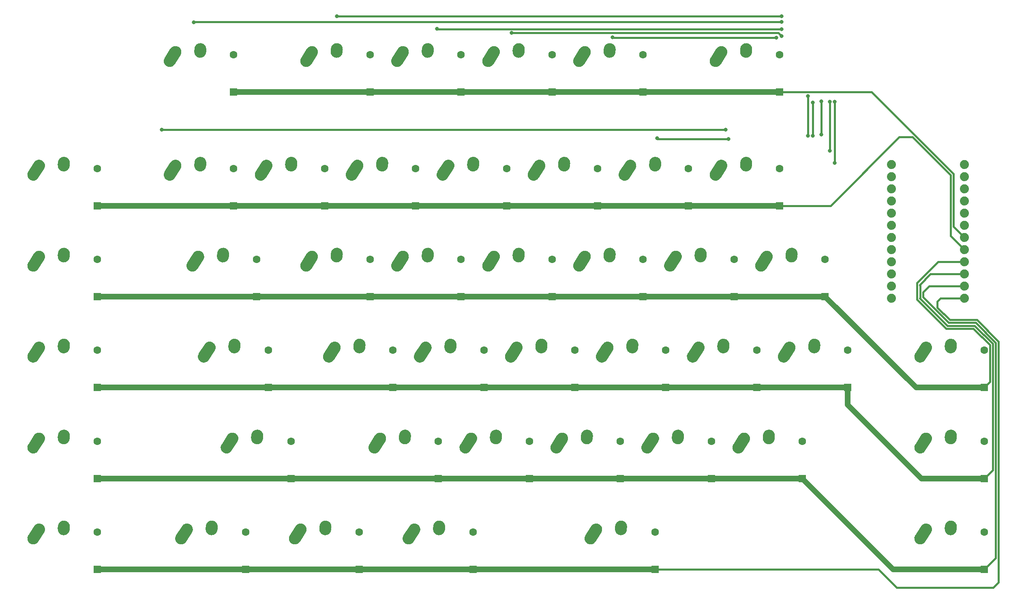
<source format=gbl>
%TF.GenerationSoftware,KiCad,Pcbnew,(5.1.10)-1*%
%TF.CreationDate,2021-10-11T09:25:22+09:00*%
%TF.ProjectId,G_One_PCB,475f4f6e-655f-4504-9342-2e6b69636164,rev?*%
%TF.SameCoordinates,Original*%
%TF.FileFunction,Copper,L2,Bot*%
%TF.FilePolarity,Positive*%
%FSLAX46Y46*%
G04 Gerber Fmt 4.6, Leading zero omitted, Abs format (unit mm)*
G04 Created by KiCad (PCBNEW (5.1.10)-1) date 2021-10-11 09:25:22*
%MOMM*%
%LPD*%
G01*
G04 APERTURE LIST*
%TA.AperFunction,ComponentPad*%
%ADD10C,1.879600*%
%TD*%
%TA.AperFunction,ComponentPad*%
%ADD11R,1.600000X1.600000*%
%TD*%
%TA.AperFunction,ComponentPad*%
%ADD12C,1.600000*%
%TD*%
%TA.AperFunction,ViaPad*%
%ADD13C,0.800000*%
%TD*%
%TA.AperFunction,Conductor*%
%ADD14C,0.400000*%
%TD*%
%TA.AperFunction,Conductor*%
%ADD15C,1.200000*%
%TD*%
G04 APERTURE END LIST*
%TO.P,K28(IoT0)1,2*%
%TO.N,Net-(D28-Pad2)*%
%TA.AperFunction,ComponentPad*%
G36*
G01*
X203503171Y59585691D02*
X203542619Y60164347D01*
G75*
G02*
X204874743Y61326433I1247105J-85019D01*
G01*
X204874743Y61326433D01*
G75*
G02*
X206036829Y59994309I-85019J-1247105D01*
G01*
X205997381Y59415653D01*
G75*
G02*
X204665257Y58253567I-1247105J85019D01*
G01*
X204665257Y58253567D01*
G75*
G02*
X203503171Y59585691I85019J1247105D01*
G01*
G37*
%TD.AperFunction*%
%TO.P,K28(IoT0)1,1*%
%TO.N,/col8*%
%TA.AperFunction,ComponentPad*%
G36*
G01*
X197336299Y58242810D02*
X198545223Y60140440D01*
G75*
G02*
X200271087Y60523054I1054239J-671625D01*
G01*
X200271087Y60523054D01*
G75*
G02*
X200653701Y58797190I-671625J-1054239D01*
G01*
X199444777Y56899560D01*
G75*
G02*
X197718913Y56516946I-1054239J671625D01*
G01*
X197718913Y56516946D01*
G75*
G02*
X197336299Y58242810I671625J1054239D01*
G01*
G37*
%TD.AperFunction*%
%TD*%
D10*
%TO.P,B0,1*%
%TO.N,Net-(B0-Pad1)*%
X192380000Y97700000D03*
%TO.P,B0,2*%
%TO.N,/col0*%
X192380000Y95160000D03*
%TO.P,B0,3*%
%TO.N,Net-(B0-Pad3)*%
X192380000Y92620000D03*
%TO.P,B0,4*%
%TO.N,Net-(B0-Pad4)*%
X192380000Y90080000D03*
%TO.P,B0,5*%
%TO.N,/col1*%
X192380000Y87540000D03*
%TO.P,B0,6*%
%TO.N,/col2*%
X192380000Y85000000D03*
%TO.P,B0,7*%
%TO.N,/col3*%
X192380000Y82460000D03*
%TO.P,B0,8*%
%TO.N,/col4*%
X192380000Y79920000D03*
%TO.P,B0,9*%
%TO.N,/col5*%
X192380000Y77380000D03*
%TO.P,B0,10*%
%TO.N,/col6*%
X192380000Y74840000D03*
%TO.P,B0,11*%
%TO.N,/col7*%
X192380000Y72300000D03*
%TO.P,B0,12*%
%TO.N,/col8*%
X192380000Y69760000D03*
%TO.P,B0,13*%
%TO.N,/row5*%
X207620000Y69760000D03*
%TO.P,B0,14*%
%TO.N,/row4*%
X207620000Y72300000D03*
%TO.P,B0,15*%
%TO.N,/row3*%
X207620000Y74840000D03*
%TO.P,B0,16*%
%TO.N,/row2*%
X207620000Y77380000D03*
%TO.P,B0,17*%
%TO.N,/row1*%
X207620000Y79920000D03*
%TO.P,B0,18*%
%TO.N,/row0*%
X207620000Y82460000D03*
%TO.P,B0,19*%
%TO.N,Net-(B0-Pad19)*%
X207620000Y85000000D03*
%TO.P,B0,20*%
%TO.N,Net-(B0-Pad20)*%
X207620000Y87540000D03*
%TO.P,B0,21*%
%TO.N,Net-(B0-Pad21)*%
X207620000Y90080000D03*
%TO.P,B0,22*%
%TO.N,Net-(B0-Pad22)*%
X207620000Y92620000D03*
%TO.P,B0,23*%
%TO.N,Net-(B0-Pad23)*%
X207620000Y95160000D03*
%TO.P,B0,24*%
%TO.N,Net-(B0-Pad24)*%
X207620000Y97700000D03*
%TD*%
D11*
%TO.P,D1,1*%
%TO.N,/row0*%
X55000000Y112850000D03*
D12*
%TO.P,D1,2*%
%TO.N,Net-(D1-Pad2)*%
X55000000Y120650000D03*
%TD*%
%TO.P,D2,2*%
%TO.N,Net-(D2-Pad2)*%
X83500000Y120650000D03*
D11*
%TO.P,D2,1*%
%TO.N,/row0*%
X83500000Y112850000D03*
%TD*%
%TO.P,D3,1*%
%TO.N,/row0*%
X102500000Y112850000D03*
D12*
%TO.P,D3,2*%
%TO.N,Net-(D3-Pad2)*%
X102500000Y120650000D03*
%TD*%
%TO.P,D4,2*%
%TO.N,Net-(D4-Pad2)*%
X121500000Y120650000D03*
D11*
%TO.P,D4,1*%
%TO.N,/row0*%
X121500000Y112850000D03*
%TD*%
%TO.P,D5,1*%
%TO.N,/row0*%
X140500000Y112850000D03*
D12*
%TO.P,D5,2*%
%TO.N,Net-(D5-Pad2)*%
X140500000Y120650000D03*
%TD*%
D11*
%TO.P,D7,1*%
%TO.N,/row0*%
X169000000Y112850000D03*
D12*
%TO.P,D7,2*%
%TO.N,Net-(D7-Pad2)*%
X169000000Y120650000D03*
%TD*%
%TO.P,D10,2*%
%TO.N,Net-(D10-Pad2)*%
X26500000Y96900000D03*
D11*
%TO.P,D10,1*%
%TO.N,/row1*%
X26500000Y89100000D03*
%TD*%
%TO.P,D11,1*%
%TO.N,/row1*%
X55000000Y89100000D03*
D12*
%TO.P,D11,2*%
%TO.N,Net-(D11-Pad2)*%
X55000000Y96900000D03*
%TD*%
%TO.P,D12,2*%
%TO.N,Net-(D12-Pad2)*%
X74000000Y96900000D03*
D11*
%TO.P,D12,1*%
%TO.N,/row1*%
X74000000Y89100000D03*
%TD*%
D12*
%TO.P,D13,2*%
%TO.N,Net-(D13-Pad2)*%
X93000000Y96900000D03*
D11*
%TO.P,D13,1*%
%TO.N,/row1*%
X93000000Y89100000D03*
%TD*%
%TO.P,D14,1*%
%TO.N,/row1*%
X112000000Y89100000D03*
D12*
%TO.P,D14,2*%
%TO.N,Net-(D14-Pad2)*%
X112000000Y96900000D03*
%TD*%
%TO.P,D15,2*%
%TO.N,Net-(D15-Pad2)*%
X131000000Y96900000D03*
D11*
%TO.P,D15,1*%
%TO.N,/row1*%
X131000000Y89100000D03*
%TD*%
%TO.P,D16,1*%
%TO.N,/row1*%
X150000000Y89100000D03*
D12*
%TO.P,D16,2*%
%TO.N,Net-(D16-Pad2)*%
X150000000Y96900000D03*
%TD*%
%TO.P,D17,2*%
%TO.N,Net-(D17-Pad2)*%
X169000000Y96900000D03*
D11*
%TO.P,D17,1*%
%TO.N,/row1*%
X169000000Y89100000D03*
%TD*%
%TO.P,D20,1*%
%TO.N,/row2*%
X26500000Y70100000D03*
D12*
%TO.P,D20,2*%
%TO.N,Net-(D20-Pad2)*%
X26500000Y77900000D03*
%TD*%
%TO.P,D21,2*%
%TO.N,Net-(D21-Pad2)*%
X59750000Y77900000D03*
D11*
%TO.P,D21,1*%
%TO.N,/row2*%
X59750000Y70100000D03*
%TD*%
%TO.P,D22,1*%
%TO.N,/row2*%
X83500000Y70100000D03*
D12*
%TO.P,D22,2*%
%TO.N,Net-(D22-Pad2)*%
X83500000Y77900000D03*
%TD*%
%TO.P,D23,2*%
%TO.N,Net-(D23-Pad2)*%
X102500000Y77900000D03*
D11*
%TO.P,D23,1*%
%TO.N,/row2*%
X102500000Y70100000D03*
%TD*%
%TO.P,D24,1*%
%TO.N,/row2*%
X121500000Y70100000D03*
D12*
%TO.P,D24,2*%
%TO.N,Net-(D24-Pad2)*%
X121500000Y77900000D03*
%TD*%
%TO.P,D25,2*%
%TO.N,Net-(D25-Pad2)*%
X140500000Y77900000D03*
D11*
%TO.P,D25,1*%
%TO.N,/row2*%
X140500000Y70100000D03*
%TD*%
%TO.P,D26,1*%
%TO.N,/row2*%
X159500000Y70100000D03*
D12*
%TO.P,D26,2*%
%TO.N,Net-(D26-Pad2)*%
X159500000Y77900000D03*
%TD*%
%TO.P,D27,2*%
%TO.N,Net-(D27-Pad2)*%
X178500000Y77900000D03*
D11*
%TO.P,D27,1*%
%TO.N,/row2*%
X178500000Y70100000D03*
%TD*%
%TO.P,D28,1*%
%TO.N,/row2*%
X211750000Y51100000D03*
D12*
%TO.P,D28,2*%
%TO.N,Net-(D28-Pad2)*%
X211750000Y58900000D03*
%TD*%
D11*
%TO.P,D30,1*%
%TO.N,/row3*%
X26500000Y51100000D03*
D12*
%TO.P,D30,2*%
%TO.N,Net-(D30-Pad2)*%
X26500000Y58900000D03*
%TD*%
D11*
%TO.P,D31,1*%
%TO.N,/row3*%
X62250000Y51100000D03*
D12*
%TO.P,D31,2*%
%TO.N,Net-(D31-Pad2)*%
X62250000Y58900000D03*
%TD*%
%TO.P,D32,2*%
%TO.N,Net-(D32-Pad2)*%
X88250000Y58900000D03*
D11*
%TO.P,D32,1*%
%TO.N,/row3*%
X88250000Y51100000D03*
%TD*%
%TO.P,D33,1*%
%TO.N,/row3*%
X107250000Y51100000D03*
D12*
%TO.P,D33,2*%
%TO.N,Net-(D33-Pad2)*%
X107250000Y58900000D03*
%TD*%
%TO.P,D34,2*%
%TO.N,Net-(D34-Pad2)*%
X126250000Y58900000D03*
D11*
%TO.P,D34,1*%
%TO.N,/row3*%
X126250000Y51100000D03*
%TD*%
%TO.P,D35,1*%
%TO.N,/row3*%
X145250000Y51100000D03*
D12*
%TO.P,D35,2*%
%TO.N,Net-(D35-Pad2)*%
X145250000Y58900000D03*
%TD*%
D11*
%TO.P,D36,1*%
%TO.N,/row3*%
X164250000Y51100000D03*
D12*
%TO.P,D36,2*%
%TO.N,Net-(D36-Pad2)*%
X164250000Y58900000D03*
%TD*%
%TO.P,D37,2*%
%TO.N,Net-(D37-Pad2)*%
X183250000Y58900000D03*
D11*
%TO.P,D37,1*%
%TO.N,/row3*%
X183250000Y51100000D03*
%TD*%
%TO.P,D38,1*%
%TO.N,/row3*%
X211750000Y32100000D03*
D12*
%TO.P,D38,2*%
%TO.N,Net-(D38-Pad2)*%
X211750000Y39900000D03*
%TD*%
%TO.P,D40,2*%
%TO.N,Net-(D40-Pad2)*%
X26500000Y39900000D03*
D11*
%TO.P,D40,1*%
%TO.N,/row4*%
X26500000Y32100000D03*
%TD*%
D12*
%TO.P,D41,2*%
%TO.N,Net-(D41-Pad2)*%
X67000000Y39900000D03*
D11*
%TO.P,D41,1*%
%TO.N,/row4*%
X67000000Y32100000D03*
%TD*%
%TO.P,D42,1*%
%TO.N,/row4*%
X97750000Y32100000D03*
D12*
%TO.P,D42,2*%
%TO.N,Net-(D42-Pad2)*%
X97750000Y39900000D03*
%TD*%
%TO.P,D43,2*%
%TO.N,Net-(D43-Pad2)*%
X116750000Y39900000D03*
D11*
%TO.P,D43,1*%
%TO.N,/row4*%
X116750000Y32100000D03*
%TD*%
%TO.P,D44,1*%
%TO.N,/row4*%
X135750000Y32100000D03*
D12*
%TO.P,D44,2*%
%TO.N,Net-(D44-Pad2)*%
X135750000Y39900000D03*
%TD*%
%TO.P,D45,2*%
%TO.N,Net-(D45-Pad2)*%
X154750000Y39900000D03*
D11*
%TO.P,D45,1*%
%TO.N,/row4*%
X154750000Y32100000D03*
%TD*%
D12*
%TO.P,D46,2*%
%TO.N,Net-(D46-Pad2)*%
X173750000Y39900000D03*
D11*
%TO.P,D46,1*%
%TO.N,/row4*%
X173750000Y32100000D03*
%TD*%
D12*
%TO.P,D48,2*%
%TO.N,Net-(D48-Pad2)*%
X211750000Y20900000D03*
D11*
%TO.P,D48,1*%
%TO.N,/row4*%
X211750000Y13100000D03*
%TD*%
%TO.P,D50,1*%
%TO.N,/row5*%
X26500000Y13100000D03*
D12*
%TO.P,D50,2*%
%TO.N,Net-(D50-Pad2)*%
X26500000Y20900000D03*
%TD*%
D11*
%TO.P,D51,1*%
%TO.N,/row5*%
X57500000Y13100000D03*
D12*
%TO.P,D51,2*%
%TO.N,Net-(D51-Pad2)*%
X57500000Y20900000D03*
%TD*%
%TO.P,D52,2*%
%TO.N,Net-(D52-Pad2)*%
X81250000Y20900000D03*
D11*
%TO.P,D52,1*%
%TO.N,/row5*%
X81250000Y13100000D03*
%TD*%
D12*
%TO.P,D53,2*%
%TO.N,Net-(D53-Pad2)*%
X105000000Y20900000D03*
D11*
%TO.P,D53,1*%
%TO.N,/row5*%
X105000000Y13100000D03*
%TD*%
%TO.P,D54,1*%
%TO.N,/row5*%
X143000000Y13100000D03*
D12*
%TO.P,D54,2*%
%TO.N,Net-(D54-Pad2)*%
X143000000Y20900000D03*
%TD*%
%TO.P,K01(ESC)1,2*%
%TO.N,Net-(D1-Pad2)*%
%TA.AperFunction,ComponentPad*%
G36*
G01*
X46753171Y121335691D02*
X46792619Y121914347D01*
G75*
G02*
X48124743Y123076433I1247105J-85019D01*
G01*
X48124743Y123076433D01*
G75*
G02*
X49286829Y121744309I-85019J-1247105D01*
G01*
X49247381Y121165653D01*
G75*
G02*
X47915257Y120003567I-1247105J85019D01*
G01*
X47915257Y120003567D01*
G75*
G02*
X46753171Y121335691I85019J1247105D01*
G01*
G37*
%TD.AperFunction*%
%TO.P,K01(ESC)1,1*%
%TO.N,/col1*%
%TA.AperFunction,ComponentPad*%
G36*
G01*
X40586299Y119992810D02*
X41795223Y121890440D01*
G75*
G02*
X43521087Y122273054I1054239J-671625D01*
G01*
X43521087Y122273054D01*
G75*
G02*
X43903701Y120547190I-671625J-1054239D01*
G01*
X42694777Y118649560D01*
G75*
G02*
X40968913Y118266946I-1054239J671625D01*
G01*
X40968913Y118266946D01*
G75*
G02*
X40586299Y119992810I671625J1054239D01*
G01*
G37*
%TD.AperFunction*%
%TD*%
%TO.P,K02(F1)1,2*%
%TO.N,Net-(D2-Pad2)*%
%TA.AperFunction,ComponentPad*%
G36*
G01*
X75253171Y121335691D02*
X75292619Y121914347D01*
G75*
G02*
X76624743Y123076433I1247105J-85019D01*
G01*
X76624743Y123076433D01*
G75*
G02*
X77786829Y121744309I-85019J-1247105D01*
G01*
X77747381Y121165653D01*
G75*
G02*
X76415257Y120003567I-1247105J85019D01*
G01*
X76415257Y120003567D01*
G75*
G02*
X75253171Y121335691I85019J1247105D01*
G01*
G37*
%TD.AperFunction*%
%TO.P,K02(F1)1,1*%
%TO.N,/col2*%
%TA.AperFunction,ComponentPad*%
G36*
G01*
X69086299Y119992810D02*
X70295223Y121890440D01*
G75*
G02*
X72021087Y122273054I1054239J-671625D01*
G01*
X72021087Y122273054D01*
G75*
G02*
X72403701Y120547190I-671625J-1054239D01*
G01*
X71194777Y118649560D01*
G75*
G02*
X69468913Y118266946I-1054239J671625D01*
G01*
X69468913Y118266946D01*
G75*
G02*
X69086299Y119992810I671625J1054239D01*
G01*
G37*
%TD.AperFunction*%
%TD*%
%TO.P,K03(F2)1,1*%
%TO.N,/col3*%
%TA.AperFunction,ComponentPad*%
G36*
G01*
X88086299Y119992810D02*
X89295223Y121890440D01*
G75*
G02*
X91021087Y122273054I1054239J-671625D01*
G01*
X91021087Y122273054D01*
G75*
G02*
X91403701Y120547190I-671625J-1054239D01*
G01*
X90194777Y118649560D01*
G75*
G02*
X88468913Y118266946I-1054239J671625D01*
G01*
X88468913Y118266946D01*
G75*
G02*
X88086299Y119992810I671625J1054239D01*
G01*
G37*
%TD.AperFunction*%
%TO.P,K03(F2)1,2*%
%TO.N,Net-(D3-Pad2)*%
%TA.AperFunction,ComponentPad*%
G36*
G01*
X94253171Y121335691D02*
X94292619Y121914347D01*
G75*
G02*
X95624743Y123076433I1247105J-85019D01*
G01*
X95624743Y123076433D01*
G75*
G02*
X96786829Y121744309I-85019J-1247105D01*
G01*
X96747381Y121165653D01*
G75*
G02*
X95415257Y120003567I-1247105J85019D01*
G01*
X95415257Y120003567D01*
G75*
G02*
X94253171Y121335691I85019J1247105D01*
G01*
G37*
%TD.AperFunction*%
%TD*%
%TO.P,K04(F3)1,1*%
%TO.N,/col4*%
%TA.AperFunction,ComponentPad*%
G36*
G01*
X107086299Y119992810D02*
X108295223Y121890440D01*
G75*
G02*
X110021087Y122273054I1054239J-671625D01*
G01*
X110021087Y122273054D01*
G75*
G02*
X110403701Y120547190I-671625J-1054239D01*
G01*
X109194777Y118649560D01*
G75*
G02*
X107468913Y118266946I-1054239J671625D01*
G01*
X107468913Y118266946D01*
G75*
G02*
X107086299Y119992810I671625J1054239D01*
G01*
G37*
%TD.AperFunction*%
%TO.P,K04(F3)1,2*%
%TO.N,Net-(D4-Pad2)*%
%TA.AperFunction,ComponentPad*%
G36*
G01*
X113253171Y121335691D02*
X113292619Y121914347D01*
G75*
G02*
X114624743Y123076433I1247105J-85019D01*
G01*
X114624743Y123076433D01*
G75*
G02*
X115786829Y121744309I-85019J-1247105D01*
G01*
X115747381Y121165653D01*
G75*
G02*
X114415257Y120003567I-1247105J85019D01*
G01*
X114415257Y120003567D01*
G75*
G02*
X113253171Y121335691I85019J1247105D01*
G01*
G37*
%TD.AperFunction*%
%TD*%
%TO.P,K05(F4)1,2*%
%TO.N,Net-(D5-Pad2)*%
%TA.AperFunction,ComponentPad*%
G36*
G01*
X132253171Y121335691D02*
X132292619Y121914347D01*
G75*
G02*
X133624743Y123076433I1247105J-85019D01*
G01*
X133624743Y123076433D01*
G75*
G02*
X134786829Y121744309I-85019J-1247105D01*
G01*
X134747381Y121165653D01*
G75*
G02*
X133415257Y120003567I-1247105J85019D01*
G01*
X133415257Y120003567D01*
G75*
G02*
X132253171Y121335691I85019J1247105D01*
G01*
G37*
%TD.AperFunction*%
%TO.P,K05(F4)1,1*%
%TO.N,/col5*%
%TA.AperFunction,ComponentPad*%
G36*
G01*
X126086299Y119992810D02*
X127295223Y121890440D01*
G75*
G02*
X129021087Y122273054I1054239J-671625D01*
G01*
X129021087Y122273054D01*
G75*
G02*
X129403701Y120547190I-671625J-1054239D01*
G01*
X128194777Y118649560D01*
G75*
G02*
X126468913Y118266946I-1054239J671625D01*
G01*
X126468913Y118266946D01*
G75*
G02*
X126086299Y119992810I671625J1054239D01*
G01*
G37*
%TD.AperFunction*%
%TD*%
%TO.P,K07(F5)1,1*%
%TO.N,/col7*%
%TA.AperFunction,ComponentPad*%
G36*
G01*
X154586299Y119992810D02*
X155795223Y121890440D01*
G75*
G02*
X157521087Y122273054I1054239J-671625D01*
G01*
X157521087Y122273054D01*
G75*
G02*
X157903701Y120547190I-671625J-1054239D01*
G01*
X156694777Y118649560D01*
G75*
G02*
X154968913Y118266946I-1054239J671625D01*
G01*
X154968913Y118266946D01*
G75*
G02*
X154586299Y119992810I671625J1054239D01*
G01*
G37*
%TD.AperFunction*%
%TO.P,K07(F5)1,2*%
%TO.N,Net-(D7-Pad2)*%
%TA.AperFunction,ComponentPad*%
G36*
G01*
X160753171Y121335691D02*
X160792619Y121914347D01*
G75*
G02*
X162124743Y123076433I1247105J-85019D01*
G01*
X162124743Y123076433D01*
G75*
G02*
X163286829Y121744309I-85019J-1247105D01*
G01*
X163247381Y121165653D01*
G75*
G02*
X161915257Y120003567I-1247105J85019D01*
G01*
X161915257Y120003567D01*
G75*
G02*
X160753171Y121335691I85019J1247105D01*
G01*
G37*
%TD.AperFunction*%
%TD*%
%TO.P,K10(M0)1,1*%
%TO.N,/col0*%
%TA.AperFunction,ComponentPad*%
G36*
G01*
X12086299Y96242810D02*
X13295223Y98140440D01*
G75*
G02*
X15021087Y98523054I1054239J-671625D01*
G01*
X15021087Y98523054D01*
G75*
G02*
X15403701Y96797190I-671625J-1054239D01*
G01*
X14194777Y94899560D01*
G75*
G02*
X12468913Y94516946I-1054239J671625D01*
G01*
X12468913Y94516946D01*
G75*
G02*
X12086299Y96242810I671625J1054239D01*
G01*
G37*
%TD.AperFunction*%
%TO.P,K10(M0)1,2*%
%TO.N,Net-(D10-Pad2)*%
%TA.AperFunction,ComponentPad*%
G36*
G01*
X18253171Y97585691D02*
X18292619Y98164347D01*
G75*
G02*
X19624743Y99326433I1247105J-85019D01*
G01*
X19624743Y99326433D01*
G75*
G02*
X20786829Y97994309I-85019J-1247105D01*
G01*
X20747381Y97415653D01*
G75*
G02*
X19415257Y96253567I-1247105J85019D01*
G01*
X19415257Y96253567D01*
G75*
G02*
X18253171Y97585691I85019J1247105D01*
G01*
G37*
%TD.AperFunction*%
%TD*%
%TO.P,K11(_`_)1,1*%
%TO.N,/col1*%
%TA.AperFunction,ComponentPad*%
G36*
G01*
X40586299Y96242810D02*
X41795223Y98140440D01*
G75*
G02*
X43521087Y98523054I1054239J-671625D01*
G01*
X43521087Y98523054D01*
G75*
G02*
X43903701Y96797190I-671625J-1054239D01*
G01*
X42694777Y94899560D01*
G75*
G02*
X40968913Y94516946I-1054239J671625D01*
G01*
X40968913Y94516946D01*
G75*
G02*
X40586299Y96242810I671625J1054239D01*
G01*
G37*
%TD.AperFunction*%
%TO.P,K11(_`_)1,2*%
%TO.N,Net-(D11-Pad2)*%
%TA.AperFunction,ComponentPad*%
G36*
G01*
X46753171Y97585691D02*
X46792619Y98164347D01*
G75*
G02*
X48124743Y99326433I1247105J-85019D01*
G01*
X48124743Y99326433D01*
G75*
G02*
X49286829Y97994309I-85019J-1247105D01*
G01*
X49247381Y97415653D01*
G75*
G02*
X47915257Y96253567I-1247105J85019D01*
G01*
X47915257Y96253567D01*
G75*
G02*
X46753171Y97585691I85019J1247105D01*
G01*
G37*
%TD.AperFunction*%
%TD*%
%TO.P,K12(1!)1,2*%
%TO.N,Net-(D12-Pad2)*%
%TA.AperFunction,ComponentPad*%
G36*
G01*
X65753171Y97585691D02*
X65792619Y98164347D01*
G75*
G02*
X67124743Y99326433I1247105J-85019D01*
G01*
X67124743Y99326433D01*
G75*
G02*
X68286829Y97994309I-85019J-1247105D01*
G01*
X68247381Y97415653D01*
G75*
G02*
X66915257Y96253567I-1247105J85019D01*
G01*
X66915257Y96253567D01*
G75*
G02*
X65753171Y97585691I85019J1247105D01*
G01*
G37*
%TD.AperFunction*%
%TO.P,K12(1!)1,1*%
%TO.N,/col2*%
%TA.AperFunction,ComponentPad*%
G36*
G01*
X59586299Y96242810D02*
X60795223Y98140440D01*
G75*
G02*
X62521087Y98523054I1054239J-671625D01*
G01*
X62521087Y98523054D01*
G75*
G02*
X62903701Y96797190I-671625J-1054239D01*
G01*
X61694777Y94899560D01*
G75*
G02*
X59968913Y94516946I-1054239J671625D01*
G01*
X59968913Y94516946D01*
G75*
G02*
X59586299Y96242810I671625J1054239D01*
G01*
G37*
%TD.AperFunction*%
%TD*%
%TO.P,K13(2@)1,2*%
%TO.N,Net-(D13-Pad2)*%
%TA.AperFunction,ComponentPad*%
G36*
G01*
X84753171Y97585691D02*
X84792619Y98164347D01*
G75*
G02*
X86124743Y99326433I1247105J-85019D01*
G01*
X86124743Y99326433D01*
G75*
G02*
X87286829Y97994309I-85019J-1247105D01*
G01*
X87247381Y97415653D01*
G75*
G02*
X85915257Y96253567I-1247105J85019D01*
G01*
X85915257Y96253567D01*
G75*
G02*
X84753171Y97585691I85019J1247105D01*
G01*
G37*
%TD.AperFunction*%
%TO.P,K13(2@)1,1*%
%TO.N,/col3*%
%TA.AperFunction,ComponentPad*%
G36*
G01*
X78586299Y96242810D02*
X79795223Y98140440D01*
G75*
G02*
X81521087Y98523054I1054239J-671625D01*
G01*
X81521087Y98523054D01*
G75*
G02*
X81903701Y96797190I-671625J-1054239D01*
G01*
X80694777Y94899560D01*
G75*
G02*
X78968913Y94516946I-1054239J671625D01*
G01*
X78968913Y94516946D01*
G75*
G02*
X78586299Y96242810I671625J1054239D01*
G01*
G37*
%TD.AperFunction*%
%TD*%
%TO.P,K14(3#)1,2*%
%TO.N,Net-(D14-Pad2)*%
%TA.AperFunction,ComponentPad*%
G36*
G01*
X103753171Y97585691D02*
X103792619Y98164347D01*
G75*
G02*
X105124743Y99326433I1247105J-85019D01*
G01*
X105124743Y99326433D01*
G75*
G02*
X106286829Y97994309I-85019J-1247105D01*
G01*
X106247381Y97415653D01*
G75*
G02*
X104915257Y96253567I-1247105J85019D01*
G01*
X104915257Y96253567D01*
G75*
G02*
X103753171Y97585691I85019J1247105D01*
G01*
G37*
%TD.AperFunction*%
%TO.P,K14(3#)1,1*%
%TO.N,/col4*%
%TA.AperFunction,ComponentPad*%
G36*
G01*
X97586299Y96242810D02*
X98795223Y98140440D01*
G75*
G02*
X100521087Y98523054I1054239J-671625D01*
G01*
X100521087Y98523054D01*
G75*
G02*
X100903701Y96797190I-671625J-1054239D01*
G01*
X99694777Y94899560D01*
G75*
G02*
X97968913Y94516946I-1054239J671625D01*
G01*
X97968913Y94516946D01*
G75*
G02*
X97586299Y96242810I671625J1054239D01*
G01*
G37*
%TD.AperFunction*%
%TD*%
%TO.P,K15(4$)1,1*%
%TO.N,/col5*%
%TA.AperFunction,ComponentPad*%
G36*
G01*
X116586299Y96242810D02*
X117795223Y98140440D01*
G75*
G02*
X119521087Y98523054I1054239J-671625D01*
G01*
X119521087Y98523054D01*
G75*
G02*
X119903701Y96797190I-671625J-1054239D01*
G01*
X118694777Y94899560D01*
G75*
G02*
X116968913Y94516946I-1054239J671625D01*
G01*
X116968913Y94516946D01*
G75*
G02*
X116586299Y96242810I671625J1054239D01*
G01*
G37*
%TD.AperFunction*%
%TO.P,K15(4$)1,2*%
%TO.N,Net-(D15-Pad2)*%
%TA.AperFunction,ComponentPad*%
G36*
G01*
X122753171Y97585691D02*
X122792619Y98164347D01*
G75*
G02*
X124124743Y99326433I1247105J-85019D01*
G01*
X124124743Y99326433D01*
G75*
G02*
X125286829Y97994309I-85019J-1247105D01*
G01*
X125247381Y97415653D01*
G75*
G02*
X123915257Y96253567I-1247105J85019D01*
G01*
X123915257Y96253567D01*
G75*
G02*
X122753171Y97585691I85019J1247105D01*
G01*
G37*
%TD.AperFunction*%
%TD*%
%TO.P,K16(5\u0025)1,2*%
%TO.N,Net-(D16-Pad2)*%
%TA.AperFunction,ComponentPad*%
G36*
G01*
X141753171Y97585691D02*
X141792619Y98164347D01*
G75*
G02*
X143124743Y99326433I1247105J-85019D01*
G01*
X143124743Y99326433D01*
G75*
G02*
X144286829Y97994309I-85019J-1247105D01*
G01*
X144247381Y97415653D01*
G75*
G02*
X142915257Y96253567I-1247105J85019D01*
G01*
X142915257Y96253567D01*
G75*
G02*
X141753171Y97585691I85019J1247105D01*
G01*
G37*
%TD.AperFunction*%
%TO.P,K16(5\u0025)1,1*%
%TO.N,/col6*%
%TA.AperFunction,ComponentPad*%
G36*
G01*
X135586299Y96242810D02*
X136795223Y98140440D01*
G75*
G02*
X138521087Y98523054I1054239J-671625D01*
G01*
X138521087Y98523054D01*
G75*
G02*
X138903701Y96797190I-671625J-1054239D01*
G01*
X137694777Y94899560D01*
G75*
G02*
X135968913Y94516946I-1054239J671625D01*
G01*
X135968913Y94516946D01*
G75*
G02*
X135586299Y96242810I671625J1054239D01*
G01*
G37*
%TD.AperFunction*%
%TD*%
%TO.P,K17(6^)1,1*%
%TO.N,/col7*%
%TA.AperFunction,ComponentPad*%
G36*
G01*
X154586299Y96242810D02*
X155795223Y98140440D01*
G75*
G02*
X157521087Y98523054I1054239J-671625D01*
G01*
X157521087Y98523054D01*
G75*
G02*
X157903701Y96797190I-671625J-1054239D01*
G01*
X156694777Y94899560D01*
G75*
G02*
X154968913Y94516946I-1054239J671625D01*
G01*
X154968913Y94516946D01*
G75*
G02*
X154586299Y96242810I671625J1054239D01*
G01*
G37*
%TD.AperFunction*%
%TO.P,K17(6^)1,2*%
%TO.N,Net-(D17-Pad2)*%
%TA.AperFunction,ComponentPad*%
G36*
G01*
X160753171Y97585691D02*
X160792619Y98164347D01*
G75*
G02*
X162124743Y99326433I1247105J-85019D01*
G01*
X162124743Y99326433D01*
G75*
G02*
X163286829Y97994309I-85019J-1247105D01*
G01*
X163247381Y97415653D01*
G75*
G02*
X161915257Y96253567I-1247105J85019D01*
G01*
X161915257Y96253567D01*
G75*
G02*
X160753171Y97585691I85019J1247105D01*
G01*
G37*
%TD.AperFunction*%
%TD*%
%TO.P,K20(M1)1,1*%
%TO.N,/col0*%
%TA.AperFunction,ComponentPad*%
G36*
G01*
X12086299Y77242810D02*
X13295223Y79140440D01*
G75*
G02*
X15021087Y79523054I1054239J-671625D01*
G01*
X15021087Y79523054D01*
G75*
G02*
X15403701Y77797190I-671625J-1054239D01*
G01*
X14194777Y75899560D01*
G75*
G02*
X12468913Y75516946I-1054239J671625D01*
G01*
X12468913Y75516946D01*
G75*
G02*
X12086299Y77242810I671625J1054239D01*
G01*
G37*
%TD.AperFunction*%
%TO.P,K20(M1)1,2*%
%TO.N,Net-(D20-Pad2)*%
%TA.AperFunction,ComponentPad*%
G36*
G01*
X18253171Y78585691D02*
X18292619Y79164347D01*
G75*
G02*
X19624743Y80326433I1247105J-85019D01*
G01*
X19624743Y80326433D01*
G75*
G02*
X20786829Y78994309I-85019J-1247105D01*
G01*
X20747381Y78415653D01*
G75*
G02*
X19415257Y77253567I-1247105J85019D01*
G01*
X19415257Y77253567D01*
G75*
G02*
X18253171Y78585691I85019J1247105D01*
G01*
G37*
%TD.AperFunction*%
%TD*%
%TO.P,K21(Tap)1,1*%
%TO.N,/col1*%
%TA.AperFunction,ComponentPad*%
G36*
G01*
X45336299Y77242810D02*
X46545223Y79140440D01*
G75*
G02*
X48271087Y79523054I1054239J-671625D01*
G01*
X48271087Y79523054D01*
G75*
G02*
X48653701Y77797190I-671625J-1054239D01*
G01*
X47444777Y75899560D01*
G75*
G02*
X45718913Y75516946I-1054239J671625D01*
G01*
X45718913Y75516946D01*
G75*
G02*
X45336299Y77242810I671625J1054239D01*
G01*
G37*
%TD.AperFunction*%
%TO.P,K21(Tap)1,2*%
%TO.N,Net-(D21-Pad2)*%
%TA.AperFunction,ComponentPad*%
G36*
G01*
X51503171Y78585691D02*
X51542619Y79164347D01*
G75*
G02*
X52874743Y80326433I1247105J-85019D01*
G01*
X52874743Y80326433D01*
G75*
G02*
X54036829Y78994309I-85019J-1247105D01*
G01*
X53997381Y78415653D01*
G75*
G02*
X52665257Y77253567I-1247105J85019D01*
G01*
X52665257Y77253567D01*
G75*
G02*
X51503171Y78585691I85019J1247105D01*
G01*
G37*
%TD.AperFunction*%
%TD*%
%TO.P,K22(Q)1,2*%
%TO.N,Net-(D22-Pad2)*%
%TA.AperFunction,ComponentPad*%
G36*
G01*
X75253171Y78585691D02*
X75292619Y79164347D01*
G75*
G02*
X76624743Y80326433I1247105J-85019D01*
G01*
X76624743Y80326433D01*
G75*
G02*
X77786829Y78994309I-85019J-1247105D01*
G01*
X77747381Y78415653D01*
G75*
G02*
X76415257Y77253567I-1247105J85019D01*
G01*
X76415257Y77253567D01*
G75*
G02*
X75253171Y78585691I85019J1247105D01*
G01*
G37*
%TD.AperFunction*%
%TO.P,K22(Q)1,1*%
%TO.N,/col2*%
%TA.AperFunction,ComponentPad*%
G36*
G01*
X69086299Y77242810D02*
X70295223Y79140440D01*
G75*
G02*
X72021087Y79523054I1054239J-671625D01*
G01*
X72021087Y79523054D01*
G75*
G02*
X72403701Y77797190I-671625J-1054239D01*
G01*
X71194777Y75899560D01*
G75*
G02*
X69468913Y75516946I-1054239J671625D01*
G01*
X69468913Y75516946D01*
G75*
G02*
X69086299Y77242810I671625J1054239D01*
G01*
G37*
%TD.AperFunction*%
%TD*%
%TO.P,K23(W)1,1*%
%TO.N,/col3*%
%TA.AperFunction,ComponentPad*%
G36*
G01*
X88086299Y77242810D02*
X89295223Y79140440D01*
G75*
G02*
X91021087Y79523054I1054239J-671625D01*
G01*
X91021087Y79523054D01*
G75*
G02*
X91403701Y77797190I-671625J-1054239D01*
G01*
X90194777Y75899560D01*
G75*
G02*
X88468913Y75516946I-1054239J671625D01*
G01*
X88468913Y75516946D01*
G75*
G02*
X88086299Y77242810I671625J1054239D01*
G01*
G37*
%TD.AperFunction*%
%TO.P,K23(W)1,2*%
%TO.N,Net-(D23-Pad2)*%
%TA.AperFunction,ComponentPad*%
G36*
G01*
X94253171Y78585691D02*
X94292619Y79164347D01*
G75*
G02*
X95624743Y80326433I1247105J-85019D01*
G01*
X95624743Y80326433D01*
G75*
G02*
X96786829Y78994309I-85019J-1247105D01*
G01*
X96747381Y78415653D01*
G75*
G02*
X95415257Y77253567I-1247105J85019D01*
G01*
X95415257Y77253567D01*
G75*
G02*
X94253171Y78585691I85019J1247105D01*
G01*
G37*
%TD.AperFunction*%
%TD*%
%TO.P,K24(E)1,2*%
%TO.N,Net-(D24-Pad2)*%
%TA.AperFunction,ComponentPad*%
G36*
G01*
X113253171Y78585691D02*
X113292619Y79164347D01*
G75*
G02*
X114624743Y80326433I1247105J-85019D01*
G01*
X114624743Y80326433D01*
G75*
G02*
X115786829Y78994309I-85019J-1247105D01*
G01*
X115747381Y78415653D01*
G75*
G02*
X114415257Y77253567I-1247105J85019D01*
G01*
X114415257Y77253567D01*
G75*
G02*
X113253171Y78585691I85019J1247105D01*
G01*
G37*
%TD.AperFunction*%
%TO.P,K24(E)1,1*%
%TO.N,/col4*%
%TA.AperFunction,ComponentPad*%
G36*
G01*
X107086299Y77242810D02*
X108295223Y79140440D01*
G75*
G02*
X110021087Y79523054I1054239J-671625D01*
G01*
X110021087Y79523054D01*
G75*
G02*
X110403701Y77797190I-671625J-1054239D01*
G01*
X109194777Y75899560D01*
G75*
G02*
X107468913Y75516946I-1054239J671625D01*
G01*
X107468913Y75516946D01*
G75*
G02*
X107086299Y77242810I671625J1054239D01*
G01*
G37*
%TD.AperFunction*%
%TD*%
%TO.P,K25(R)1,2*%
%TO.N,Net-(D25-Pad2)*%
%TA.AperFunction,ComponentPad*%
G36*
G01*
X132253171Y78585691D02*
X132292619Y79164347D01*
G75*
G02*
X133624743Y80326433I1247105J-85019D01*
G01*
X133624743Y80326433D01*
G75*
G02*
X134786829Y78994309I-85019J-1247105D01*
G01*
X134747381Y78415653D01*
G75*
G02*
X133415257Y77253567I-1247105J85019D01*
G01*
X133415257Y77253567D01*
G75*
G02*
X132253171Y78585691I85019J1247105D01*
G01*
G37*
%TD.AperFunction*%
%TO.P,K25(R)1,1*%
%TO.N,/col5*%
%TA.AperFunction,ComponentPad*%
G36*
G01*
X126086299Y77242810D02*
X127295223Y79140440D01*
G75*
G02*
X129021087Y79523054I1054239J-671625D01*
G01*
X129021087Y79523054D01*
G75*
G02*
X129403701Y77797190I-671625J-1054239D01*
G01*
X128194777Y75899560D01*
G75*
G02*
X126468913Y75516946I-1054239J671625D01*
G01*
X126468913Y75516946D01*
G75*
G02*
X126086299Y77242810I671625J1054239D01*
G01*
G37*
%TD.AperFunction*%
%TD*%
%TO.P,K26(T)1,1*%
%TO.N,/col6*%
%TA.AperFunction,ComponentPad*%
G36*
G01*
X145086299Y77242810D02*
X146295223Y79140440D01*
G75*
G02*
X148021087Y79523054I1054239J-671625D01*
G01*
X148021087Y79523054D01*
G75*
G02*
X148403701Y77797190I-671625J-1054239D01*
G01*
X147194777Y75899560D01*
G75*
G02*
X145468913Y75516946I-1054239J671625D01*
G01*
X145468913Y75516946D01*
G75*
G02*
X145086299Y77242810I671625J1054239D01*
G01*
G37*
%TD.AperFunction*%
%TO.P,K26(T)1,2*%
%TO.N,Net-(D26-Pad2)*%
%TA.AperFunction,ComponentPad*%
G36*
G01*
X151253171Y78585691D02*
X151292619Y79164347D01*
G75*
G02*
X152624743Y80326433I1247105J-85019D01*
G01*
X152624743Y80326433D01*
G75*
G02*
X153786829Y78994309I-85019J-1247105D01*
G01*
X153747381Y78415653D01*
G75*
G02*
X152415257Y77253567I-1247105J85019D01*
G01*
X152415257Y77253567D01*
G75*
G02*
X151253171Y78585691I85019J1247105D01*
G01*
G37*
%TD.AperFunction*%
%TD*%
%TO.P,K27(P)1,2*%
%TO.N,Net-(D27-Pad2)*%
%TA.AperFunction,ComponentPad*%
G36*
G01*
X170253171Y78585691D02*
X170292619Y79164347D01*
G75*
G02*
X171624743Y80326433I1247105J-85019D01*
G01*
X171624743Y80326433D01*
G75*
G02*
X172786829Y78994309I-85019J-1247105D01*
G01*
X172747381Y78415653D01*
G75*
G02*
X171415257Y77253567I-1247105J85019D01*
G01*
X171415257Y77253567D01*
G75*
G02*
X170253171Y78585691I85019J1247105D01*
G01*
G37*
%TD.AperFunction*%
%TO.P,K27(P)1,1*%
%TO.N,/col7*%
%TA.AperFunction,ComponentPad*%
G36*
G01*
X164086299Y77242810D02*
X165295223Y79140440D01*
G75*
G02*
X167021087Y79523054I1054239J-671625D01*
G01*
X167021087Y79523054D01*
G75*
G02*
X167403701Y77797190I-671625J-1054239D01*
G01*
X166194777Y75899560D01*
G75*
G02*
X164468913Y75516946I-1054239J671625D01*
G01*
X164468913Y75516946D01*
G75*
G02*
X164086299Y77242810I671625J1054239D01*
G01*
G37*
%TD.AperFunction*%
%TD*%
%TO.P,K30(M2)1,2*%
%TO.N,Net-(D30-Pad2)*%
%TA.AperFunction,ComponentPad*%
G36*
G01*
X18253171Y59585691D02*
X18292619Y60164347D01*
G75*
G02*
X19624743Y61326433I1247105J-85019D01*
G01*
X19624743Y61326433D01*
G75*
G02*
X20786829Y59994309I-85019J-1247105D01*
G01*
X20747381Y59415653D01*
G75*
G02*
X19415257Y58253567I-1247105J85019D01*
G01*
X19415257Y58253567D01*
G75*
G02*
X18253171Y59585691I85019J1247105D01*
G01*
G37*
%TD.AperFunction*%
%TO.P,K30(M2)1,1*%
%TO.N,/col0*%
%TA.AperFunction,ComponentPad*%
G36*
G01*
X12086299Y58242810D02*
X13295223Y60140440D01*
G75*
G02*
X15021087Y60523054I1054239J-671625D01*
G01*
X15021087Y60523054D01*
G75*
G02*
X15403701Y58797190I-671625J-1054239D01*
G01*
X14194777Y56899560D01*
G75*
G02*
X12468913Y56516946I-1054239J671625D01*
G01*
X12468913Y56516946D01*
G75*
G02*
X12086299Y58242810I671625J1054239D01*
G01*
G37*
%TD.AperFunction*%
%TD*%
%TO.P,K31(Caps_Lock)1,1*%
%TO.N,/col1*%
%TA.AperFunction,ComponentPad*%
G36*
G01*
X47716299Y58242810D02*
X48925223Y60140440D01*
G75*
G02*
X50651087Y60523054I1054239J-671625D01*
G01*
X50651087Y60523054D01*
G75*
G02*
X51033701Y58797190I-671625J-1054239D01*
G01*
X49824777Y56899560D01*
G75*
G02*
X48098913Y56516946I-1054239J671625D01*
G01*
X48098913Y56516946D01*
G75*
G02*
X47716299Y58242810I671625J1054239D01*
G01*
G37*
%TD.AperFunction*%
%TO.P,K31(Caps_Lock)1,2*%
%TO.N,Net-(D31-Pad2)*%
%TA.AperFunction,ComponentPad*%
G36*
G01*
X53883171Y59585691D02*
X53922619Y60164347D01*
G75*
G02*
X55254743Y61326433I1247105J-85019D01*
G01*
X55254743Y61326433D01*
G75*
G02*
X56416829Y59994309I-85019J-1247105D01*
G01*
X56377381Y59415653D01*
G75*
G02*
X55045257Y58253567I-1247105J85019D01*
G01*
X55045257Y58253567D01*
G75*
G02*
X53883171Y59585691I85019J1247105D01*
G01*
G37*
%TD.AperFunction*%
%TD*%
%TO.P,K32(A)1,1*%
%TO.N,/col2*%
%TA.AperFunction,ComponentPad*%
G36*
G01*
X73836299Y58242810D02*
X75045223Y60140440D01*
G75*
G02*
X76771087Y60523054I1054239J-671625D01*
G01*
X76771087Y60523054D01*
G75*
G02*
X77153701Y58797190I-671625J-1054239D01*
G01*
X75944777Y56899560D01*
G75*
G02*
X74218913Y56516946I-1054239J671625D01*
G01*
X74218913Y56516946D01*
G75*
G02*
X73836299Y58242810I671625J1054239D01*
G01*
G37*
%TD.AperFunction*%
%TO.P,K32(A)1,2*%
%TO.N,Net-(D32-Pad2)*%
%TA.AperFunction,ComponentPad*%
G36*
G01*
X80003171Y59585691D02*
X80042619Y60164347D01*
G75*
G02*
X81374743Y61326433I1247105J-85019D01*
G01*
X81374743Y61326433D01*
G75*
G02*
X82536829Y59994309I-85019J-1247105D01*
G01*
X82497381Y59415653D01*
G75*
G02*
X81165257Y58253567I-1247105J85019D01*
G01*
X81165257Y58253567D01*
G75*
G02*
X80003171Y59585691I85019J1247105D01*
G01*
G37*
%TD.AperFunction*%
%TD*%
%TO.P,K33(S)1,2*%
%TO.N,Net-(D33-Pad2)*%
%TA.AperFunction,ComponentPad*%
G36*
G01*
X99003171Y59585691D02*
X99042619Y60164347D01*
G75*
G02*
X100374743Y61326433I1247105J-85019D01*
G01*
X100374743Y61326433D01*
G75*
G02*
X101536829Y59994309I-85019J-1247105D01*
G01*
X101497381Y59415653D01*
G75*
G02*
X100165257Y58253567I-1247105J85019D01*
G01*
X100165257Y58253567D01*
G75*
G02*
X99003171Y59585691I85019J1247105D01*
G01*
G37*
%TD.AperFunction*%
%TO.P,K33(S)1,1*%
%TO.N,/col3*%
%TA.AperFunction,ComponentPad*%
G36*
G01*
X92836299Y58242810D02*
X94045223Y60140440D01*
G75*
G02*
X95771087Y60523054I1054239J-671625D01*
G01*
X95771087Y60523054D01*
G75*
G02*
X96153701Y58797190I-671625J-1054239D01*
G01*
X94944777Y56899560D01*
G75*
G02*
X93218913Y56516946I-1054239J671625D01*
G01*
X93218913Y56516946D01*
G75*
G02*
X92836299Y58242810I671625J1054239D01*
G01*
G37*
%TD.AperFunction*%
%TD*%
%TO.P,K34(D)1,1*%
%TO.N,/col4*%
%TA.AperFunction,ComponentPad*%
G36*
G01*
X111836299Y58242810D02*
X113045223Y60140440D01*
G75*
G02*
X114771087Y60523054I1054239J-671625D01*
G01*
X114771087Y60523054D01*
G75*
G02*
X115153701Y58797190I-671625J-1054239D01*
G01*
X113944777Y56899560D01*
G75*
G02*
X112218913Y56516946I-1054239J671625D01*
G01*
X112218913Y56516946D01*
G75*
G02*
X111836299Y58242810I671625J1054239D01*
G01*
G37*
%TD.AperFunction*%
%TO.P,K34(D)1,2*%
%TO.N,Net-(D34-Pad2)*%
%TA.AperFunction,ComponentPad*%
G36*
G01*
X118003171Y59585691D02*
X118042619Y60164347D01*
G75*
G02*
X119374743Y61326433I1247105J-85019D01*
G01*
X119374743Y61326433D01*
G75*
G02*
X120536829Y59994309I-85019J-1247105D01*
G01*
X120497381Y59415653D01*
G75*
G02*
X119165257Y58253567I-1247105J85019D01*
G01*
X119165257Y58253567D01*
G75*
G02*
X118003171Y59585691I85019J1247105D01*
G01*
G37*
%TD.AperFunction*%
%TD*%
%TO.P,K35(F)1,1*%
%TO.N,/col5*%
%TA.AperFunction,ComponentPad*%
G36*
G01*
X130836299Y58242810D02*
X132045223Y60140440D01*
G75*
G02*
X133771087Y60523054I1054239J-671625D01*
G01*
X133771087Y60523054D01*
G75*
G02*
X134153701Y58797190I-671625J-1054239D01*
G01*
X132944777Y56899560D01*
G75*
G02*
X131218913Y56516946I-1054239J671625D01*
G01*
X131218913Y56516946D01*
G75*
G02*
X130836299Y58242810I671625J1054239D01*
G01*
G37*
%TD.AperFunction*%
%TO.P,K35(F)1,2*%
%TO.N,Net-(D35-Pad2)*%
%TA.AperFunction,ComponentPad*%
G36*
G01*
X137003171Y59585691D02*
X137042619Y60164347D01*
G75*
G02*
X138374743Y61326433I1247105J-85019D01*
G01*
X138374743Y61326433D01*
G75*
G02*
X139536829Y59994309I-85019J-1247105D01*
G01*
X139497381Y59415653D01*
G75*
G02*
X138165257Y58253567I-1247105J85019D01*
G01*
X138165257Y58253567D01*
G75*
G02*
X137003171Y59585691I85019J1247105D01*
G01*
G37*
%TD.AperFunction*%
%TD*%
%TO.P,K36(G)1,2*%
%TO.N,Net-(D36-Pad2)*%
%TA.AperFunction,ComponentPad*%
G36*
G01*
X156003171Y59585691D02*
X156042619Y60164347D01*
G75*
G02*
X157374743Y61326433I1247105J-85019D01*
G01*
X157374743Y61326433D01*
G75*
G02*
X158536829Y59994309I-85019J-1247105D01*
G01*
X158497381Y59415653D01*
G75*
G02*
X157165257Y58253567I-1247105J85019D01*
G01*
X157165257Y58253567D01*
G75*
G02*
X156003171Y59585691I85019J1247105D01*
G01*
G37*
%TD.AperFunction*%
%TO.P,K36(G)1,1*%
%TO.N,/col6*%
%TA.AperFunction,ComponentPad*%
G36*
G01*
X149836299Y58242810D02*
X151045223Y60140440D01*
G75*
G02*
X152771087Y60523054I1054239J-671625D01*
G01*
X152771087Y60523054D01*
G75*
G02*
X153153701Y58797190I-671625J-1054239D01*
G01*
X151944777Y56899560D01*
G75*
G02*
X150218913Y56516946I-1054239J671625D01*
G01*
X150218913Y56516946D01*
G75*
G02*
X149836299Y58242810I671625J1054239D01*
G01*
G37*
%TD.AperFunction*%
%TD*%
%TO.P,K37(H)1,1*%
%TO.N,/col7*%
%TA.AperFunction,ComponentPad*%
G36*
G01*
X168836299Y58242810D02*
X170045223Y60140440D01*
G75*
G02*
X171771087Y60523054I1054239J-671625D01*
G01*
X171771087Y60523054D01*
G75*
G02*
X172153701Y58797190I-671625J-1054239D01*
G01*
X170944777Y56899560D01*
G75*
G02*
X169218913Y56516946I-1054239J671625D01*
G01*
X169218913Y56516946D01*
G75*
G02*
X168836299Y58242810I671625J1054239D01*
G01*
G37*
%TD.AperFunction*%
%TO.P,K37(H)1,2*%
%TO.N,Net-(D37-Pad2)*%
%TA.AperFunction,ComponentPad*%
G36*
G01*
X175003171Y59585691D02*
X175042619Y60164347D01*
G75*
G02*
X176374743Y61326433I1247105J-85019D01*
G01*
X176374743Y61326433D01*
G75*
G02*
X177536829Y59994309I-85019J-1247105D01*
G01*
X177497381Y59415653D01*
G75*
G02*
X176165257Y58253567I-1247105J85019D01*
G01*
X176165257Y58253567D01*
G75*
G02*
X175003171Y59585691I85019J1247105D01*
G01*
G37*
%TD.AperFunction*%
%TD*%
%TO.P,K38(IoT1)1,1*%
%TO.N,/col8*%
%TA.AperFunction,ComponentPad*%
G36*
G01*
X197336299Y39242810D02*
X198545223Y41140440D01*
G75*
G02*
X200271087Y41523054I1054239J-671625D01*
G01*
X200271087Y41523054D01*
G75*
G02*
X200653701Y39797190I-671625J-1054239D01*
G01*
X199444777Y37899560D01*
G75*
G02*
X197718913Y37516946I-1054239J671625D01*
G01*
X197718913Y37516946D01*
G75*
G02*
X197336299Y39242810I671625J1054239D01*
G01*
G37*
%TD.AperFunction*%
%TO.P,K38(IoT1)1,2*%
%TO.N,Net-(D38-Pad2)*%
%TA.AperFunction,ComponentPad*%
G36*
G01*
X203503171Y40585691D02*
X203542619Y41164347D01*
G75*
G02*
X204874743Y42326433I1247105J-85019D01*
G01*
X204874743Y42326433D01*
G75*
G02*
X206036829Y40994309I-85019J-1247105D01*
G01*
X205997381Y40415653D01*
G75*
G02*
X204665257Y39253567I-1247105J85019D01*
G01*
X204665257Y39253567D01*
G75*
G02*
X203503171Y40585691I85019J1247105D01*
G01*
G37*
%TD.AperFunction*%
%TD*%
%TO.P,K40(M3)1,2*%
%TO.N,Net-(D40-Pad2)*%
%TA.AperFunction,ComponentPad*%
G36*
G01*
X18253171Y40585691D02*
X18292619Y41164347D01*
G75*
G02*
X19624743Y42326433I1247105J-85019D01*
G01*
X19624743Y42326433D01*
G75*
G02*
X20786829Y40994309I-85019J-1247105D01*
G01*
X20747381Y40415653D01*
G75*
G02*
X19415257Y39253567I-1247105J85019D01*
G01*
X19415257Y39253567D01*
G75*
G02*
X18253171Y40585691I85019J1247105D01*
G01*
G37*
%TD.AperFunction*%
%TO.P,K40(M3)1,1*%
%TO.N,/col0*%
%TA.AperFunction,ComponentPad*%
G36*
G01*
X12086299Y39242810D02*
X13295223Y41140440D01*
G75*
G02*
X15021087Y41523054I1054239J-671625D01*
G01*
X15021087Y41523054D01*
G75*
G02*
X15403701Y39797190I-671625J-1054239D01*
G01*
X14194777Y37899560D01*
G75*
G02*
X12468913Y37516946I-1054239J671625D01*
G01*
X12468913Y37516946D01*
G75*
G02*
X12086299Y39242810I671625J1054239D01*
G01*
G37*
%TD.AperFunction*%
%TD*%
%TO.P,K41(L_Shift)1,1*%
%TO.N,/col1*%
%TA.AperFunction,ComponentPad*%
G36*
G01*
X52466299Y39242810D02*
X53675223Y41140440D01*
G75*
G02*
X55401087Y41523054I1054239J-671625D01*
G01*
X55401087Y41523054D01*
G75*
G02*
X55783701Y39797190I-671625J-1054239D01*
G01*
X54574777Y37899560D01*
G75*
G02*
X52848913Y37516946I-1054239J671625D01*
G01*
X52848913Y37516946D01*
G75*
G02*
X52466299Y39242810I671625J1054239D01*
G01*
G37*
%TD.AperFunction*%
%TO.P,K41(L_Shift)1,2*%
%TO.N,Net-(D41-Pad2)*%
%TA.AperFunction,ComponentPad*%
G36*
G01*
X58633171Y40585691D02*
X58672619Y41164347D01*
G75*
G02*
X60004743Y42326433I1247105J-85019D01*
G01*
X60004743Y42326433D01*
G75*
G02*
X61166829Y40994309I-85019J-1247105D01*
G01*
X61127381Y40415653D01*
G75*
G02*
X59795257Y39253567I-1247105J85019D01*
G01*
X59795257Y39253567D01*
G75*
G02*
X58633171Y40585691I85019J1247105D01*
G01*
G37*
%TD.AperFunction*%
%TD*%
%TO.P,K42(Z)1,1*%
%TO.N,/col2*%
%TA.AperFunction,ComponentPad*%
G36*
G01*
X83336299Y39242810D02*
X84545223Y41140440D01*
G75*
G02*
X86271087Y41523054I1054239J-671625D01*
G01*
X86271087Y41523054D01*
G75*
G02*
X86653701Y39797190I-671625J-1054239D01*
G01*
X85444777Y37899560D01*
G75*
G02*
X83718913Y37516946I-1054239J671625D01*
G01*
X83718913Y37516946D01*
G75*
G02*
X83336299Y39242810I671625J1054239D01*
G01*
G37*
%TD.AperFunction*%
%TO.P,K42(Z)1,2*%
%TO.N,Net-(D42-Pad2)*%
%TA.AperFunction,ComponentPad*%
G36*
G01*
X89503171Y40585691D02*
X89542619Y41164347D01*
G75*
G02*
X90874743Y42326433I1247105J-85019D01*
G01*
X90874743Y42326433D01*
G75*
G02*
X92036829Y40994309I-85019J-1247105D01*
G01*
X91997381Y40415653D01*
G75*
G02*
X90665257Y39253567I-1247105J85019D01*
G01*
X90665257Y39253567D01*
G75*
G02*
X89503171Y40585691I85019J1247105D01*
G01*
G37*
%TD.AperFunction*%
%TD*%
%TO.P,K43(X)1,2*%
%TO.N,Net-(D43-Pad2)*%
%TA.AperFunction,ComponentPad*%
G36*
G01*
X108503171Y40585691D02*
X108542619Y41164347D01*
G75*
G02*
X109874743Y42326433I1247105J-85019D01*
G01*
X109874743Y42326433D01*
G75*
G02*
X111036829Y40994309I-85019J-1247105D01*
G01*
X110997381Y40415653D01*
G75*
G02*
X109665257Y39253567I-1247105J85019D01*
G01*
X109665257Y39253567D01*
G75*
G02*
X108503171Y40585691I85019J1247105D01*
G01*
G37*
%TD.AperFunction*%
%TO.P,K43(X)1,1*%
%TO.N,/col3*%
%TA.AperFunction,ComponentPad*%
G36*
G01*
X102336299Y39242810D02*
X103545223Y41140440D01*
G75*
G02*
X105271087Y41523054I1054239J-671625D01*
G01*
X105271087Y41523054D01*
G75*
G02*
X105653701Y39797190I-671625J-1054239D01*
G01*
X104444777Y37899560D01*
G75*
G02*
X102718913Y37516946I-1054239J671625D01*
G01*
X102718913Y37516946D01*
G75*
G02*
X102336299Y39242810I671625J1054239D01*
G01*
G37*
%TD.AperFunction*%
%TD*%
%TO.P,K44(C)1,1*%
%TO.N,/col4*%
%TA.AperFunction,ComponentPad*%
G36*
G01*
X121336299Y39242810D02*
X122545223Y41140440D01*
G75*
G02*
X124271087Y41523054I1054239J-671625D01*
G01*
X124271087Y41523054D01*
G75*
G02*
X124653701Y39797190I-671625J-1054239D01*
G01*
X123444777Y37899560D01*
G75*
G02*
X121718913Y37516946I-1054239J671625D01*
G01*
X121718913Y37516946D01*
G75*
G02*
X121336299Y39242810I671625J1054239D01*
G01*
G37*
%TD.AperFunction*%
%TO.P,K44(C)1,2*%
%TO.N,Net-(D44-Pad2)*%
%TA.AperFunction,ComponentPad*%
G36*
G01*
X127503171Y40585691D02*
X127542619Y41164347D01*
G75*
G02*
X128874743Y42326433I1247105J-85019D01*
G01*
X128874743Y42326433D01*
G75*
G02*
X130036829Y40994309I-85019J-1247105D01*
G01*
X129997381Y40415653D01*
G75*
G02*
X128665257Y39253567I-1247105J85019D01*
G01*
X128665257Y39253567D01*
G75*
G02*
X127503171Y40585691I85019J1247105D01*
G01*
G37*
%TD.AperFunction*%
%TD*%
%TO.P,K45(V)1,1*%
%TO.N,/col5*%
%TA.AperFunction,ComponentPad*%
G36*
G01*
X140336299Y39242810D02*
X141545223Y41140440D01*
G75*
G02*
X143271087Y41523054I1054239J-671625D01*
G01*
X143271087Y41523054D01*
G75*
G02*
X143653701Y39797190I-671625J-1054239D01*
G01*
X142444777Y37899560D01*
G75*
G02*
X140718913Y37516946I-1054239J671625D01*
G01*
X140718913Y37516946D01*
G75*
G02*
X140336299Y39242810I671625J1054239D01*
G01*
G37*
%TD.AperFunction*%
%TO.P,K45(V)1,2*%
%TO.N,Net-(D45-Pad2)*%
%TA.AperFunction,ComponentPad*%
G36*
G01*
X146503171Y40585691D02*
X146542619Y41164347D01*
G75*
G02*
X147874743Y42326433I1247105J-85019D01*
G01*
X147874743Y42326433D01*
G75*
G02*
X149036829Y40994309I-85019J-1247105D01*
G01*
X148997381Y40415653D01*
G75*
G02*
X147665257Y39253567I-1247105J85019D01*
G01*
X147665257Y39253567D01*
G75*
G02*
X146503171Y40585691I85019J1247105D01*
G01*
G37*
%TD.AperFunction*%
%TD*%
%TO.P,K46(B)1,2*%
%TO.N,Net-(D46-Pad2)*%
%TA.AperFunction,ComponentPad*%
G36*
G01*
X165503171Y40585691D02*
X165542619Y41164347D01*
G75*
G02*
X166874743Y42326433I1247105J-85019D01*
G01*
X166874743Y42326433D01*
G75*
G02*
X168036829Y40994309I-85019J-1247105D01*
G01*
X167997381Y40415653D01*
G75*
G02*
X166665257Y39253567I-1247105J85019D01*
G01*
X166665257Y39253567D01*
G75*
G02*
X165503171Y40585691I85019J1247105D01*
G01*
G37*
%TD.AperFunction*%
%TO.P,K46(B)1,1*%
%TO.N,/col6*%
%TA.AperFunction,ComponentPad*%
G36*
G01*
X159336299Y39242810D02*
X160545223Y41140440D01*
G75*
G02*
X162271087Y41523054I1054239J-671625D01*
G01*
X162271087Y41523054D01*
G75*
G02*
X162653701Y39797190I-671625J-1054239D01*
G01*
X161444777Y37899560D01*
G75*
G02*
X159718913Y37516946I-1054239J671625D01*
G01*
X159718913Y37516946D01*
G75*
G02*
X159336299Y39242810I671625J1054239D01*
G01*
G37*
%TD.AperFunction*%
%TD*%
%TO.P,K48(IoT2)1,2*%
%TO.N,Net-(D48-Pad2)*%
%TA.AperFunction,ComponentPad*%
G36*
G01*
X203503171Y21585691D02*
X203542619Y22164347D01*
G75*
G02*
X204874743Y23326433I1247105J-85019D01*
G01*
X204874743Y23326433D01*
G75*
G02*
X206036829Y21994309I-85019J-1247105D01*
G01*
X205997381Y21415653D01*
G75*
G02*
X204665257Y20253567I-1247105J85019D01*
G01*
X204665257Y20253567D01*
G75*
G02*
X203503171Y21585691I85019J1247105D01*
G01*
G37*
%TD.AperFunction*%
%TO.P,K48(IoT2)1,1*%
%TO.N,/col8*%
%TA.AperFunction,ComponentPad*%
G36*
G01*
X197336299Y20242810D02*
X198545223Y22140440D01*
G75*
G02*
X200271087Y22523054I1054239J-671625D01*
G01*
X200271087Y22523054D01*
G75*
G02*
X200653701Y20797190I-671625J-1054239D01*
G01*
X199444777Y18899560D01*
G75*
G02*
X197718913Y18516946I-1054239J671625D01*
G01*
X197718913Y18516946D01*
G75*
G02*
X197336299Y20242810I671625J1054239D01*
G01*
G37*
%TD.AperFunction*%
%TD*%
%TO.P,K50(M4)1,1*%
%TO.N,/col0*%
%TA.AperFunction,ComponentPad*%
G36*
G01*
X12086299Y20242810D02*
X13295223Y22140440D01*
G75*
G02*
X15021087Y22523054I1054239J-671625D01*
G01*
X15021087Y22523054D01*
G75*
G02*
X15403701Y20797190I-671625J-1054239D01*
G01*
X14194777Y18899560D01*
G75*
G02*
X12468913Y18516946I-1054239J671625D01*
G01*
X12468913Y18516946D01*
G75*
G02*
X12086299Y20242810I671625J1054239D01*
G01*
G37*
%TD.AperFunction*%
%TO.P,K50(M4)1,2*%
%TO.N,Net-(D50-Pad2)*%
%TA.AperFunction,ComponentPad*%
G36*
G01*
X18253171Y21585691D02*
X18292619Y22164347D01*
G75*
G02*
X19624743Y23326433I1247105J-85019D01*
G01*
X19624743Y23326433D01*
G75*
G02*
X20786829Y21994309I-85019J-1247105D01*
G01*
X20747381Y21415653D01*
G75*
G02*
X19415257Y20253567I-1247105J85019D01*
G01*
X19415257Y20253567D01*
G75*
G02*
X18253171Y21585691I85019J1247105D01*
G01*
G37*
%TD.AperFunction*%
%TD*%
%TO.P,K51(L_CTRL)1,1*%
%TO.N,/col1*%
%TA.AperFunction,ComponentPad*%
G36*
G01*
X42966299Y20242810D02*
X44175223Y22140440D01*
G75*
G02*
X45901087Y22523054I1054239J-671625D01*
G01*
X45901087Y22523054D01*
G75*
G02*
X46283701Y20797190I-671625J-1054239D01*
G01*
X45074777Y18899560D01*
G75*
G02*
X43348913Y18516946I-1054239J671625D01*
G01*
X43348913Y18516946D01*
G75*
G02*
X42966299Y20242810I671625J1054239D01*
G01*
G37*
%TD.AperFunction*%
%TO.P,K51(L_CTRL)1,2*%
%TO.N,Net-(D51-Pad2)*%
%TA.AperFunction,ComponentPad*%
G36*
G01*
X49133171Y21585691D02*
X49172619Y22164347D01*
G75*
G02*
X50504743Y23326433I1247105J-85019D01*
G01*
X50504743Y23326433D01*
G75*
G02*
X51666829Y21994309I-85019J-1247105D01*
G01*
X51627381Y21415653D01*
G75*
G02*
X50295257Y20253567I-1247105J85019D01*
G01*
X50295257Y20253567D01*
G75*
G02*
X49133171Y21585691I85019J1247105D01*
G01*
G37*
%TD.AperFunction*%
%TD*%
%TO.P,K52(Win)1,2*%
%TO.N,Net-(D52-Pad2)*%
%TA.AperFunction,ComponentPad*%
G36*
G01*
X72883171Y21585691D02*
X72922619Y22164347D01*
G75*
G02*
X74254743Y23326433I1247105J-85019D01*
G01*
X74254743Y23326433D01*
G75*
G02*
X75416829Y21994309I-85019J-1247105D01*
G01*
X75377381Y21415653D01*
G75*
G02*
X74045257Y20253567I-1247105J85019D01*
G01*
X74045257Y20253567D01*
G75*
G02*
X72883171Y21585691I85019J1247105D01*
G01*
G37*
%TD.AperFunction*%
%TO.P,K52(Win)1,1*%
%TO.N,/col2*%
%TA.AperFunction,ComponentPad*%
G36*
G01*
X66716299Y20242810D02*
X67925223Y22140440D01*
G75*
G02*
X69651087Y22523054I1054239J-671625D01*
G01*
X69651087Y22523054D01*
G75*
G02*
X70033701Y20797190I-671625J-1054239D01*
G01*
X68824777Y18899560D01*
G75*
G02*
X67098913Y18516946I-1054239J671625D01*
G01*
X67098913Y18516946D01*
G75*
G02*
X66716299Y20242810I671625J1054239D01*
G01*
G37*
%TD.AperFunction*%
%TD*%
%TO.P,K53(L_ALT)1,1*%
%TO.N,/col3*%
%TA.AperFunction,ComponentPad*%
G36*
G01*
X90466299Y20242810D02*
X91675223Y22140440D01*
G75*
G02*
X93401087Y22523054I1054239J-671625D01*
G01*
X93401087Y22523054D01*
G75*
G02*
X93783701Y20797190I-671625J-1054239D01*
G01*
X92574777Y18899560D01*
G75*
G02*
X90848913Y18516946I-1054239J671625D01*
G01*
X90848913Y18516946D01*
G75*
G02*
X90466299Y20242810I671625J1054239D01*
G01*
G37*
%TD.AperFunction*%
%TO.P,K53(L_ALT)1,2*%
%TO.N,Net-(D53-Pad2)*%
%TA.AperFunction,ComponentPad*%
G36*
G01*
X96633171Y21585691D02*
X96672619Y22164347D01*
G75*
G02*
X98004743Y23326433I1247105J-85019D01*
G01*
X98004743Y23326433D01*
G75*
G02*
X99166829Y21994309I-85019J-1247105D01*
G01*
X99127381Y21415653D01*
G75*
G02*
X97795257Y20253567I-1247105J85019D01*
G01*
X97795257Y20253567D01*
G75*
G02*
X96633171Y21585691I85019J1247105D01*
G01*
G37*
%TD.AperFunction*%
%TD*%
%TO.P,K54(Space)1,1*%
%TO.N,/col4*%
%TA.AperFunction,ComponentPad*%
G36*
G01*
X128466299Y20242810D02*
X129675223Y22140440D01*
G75*
G02*
X131401087Y22523054I1054239J-671625D01*
G01*
X131401087Y22523054D01*
G75*
G02*
X131783701Y20797190I-671625J-1054239D01*
G01*
X130574777Y18899560D01*
G75*
G02*
X128848913Y18516946I-1054239J671625D01*
G01*
X128848913Y18516946D01*
G75*
G02*
X128466299Y20242810I671625J1054239D01*
G01*
G37*
%TD.AperFunction*%
%TO.P,K54(Space)1,2*%
%TO.N,Net-(D54-Pad2)*%
%TA.AperFunction,ComponentPad*%
G36*
G01*
X134633171Y21585691D02*
X134672619Y22164347D01*
G75*
G02*
X136004743Y23326433I1247105J-85019D01*
G01*
X136004743Y23326433D01*
G75*
G02*
X137166829Y21994309I-85019J-1247105D01*
G01*
X137127381Y21415653D01*
G75*
G02*
X135795257Y20253567I-1247105J85019D01*
G01*
X135795257Y20253567D01*
G75*
G02*
X134633171Y21585691I85019J1247105D01*
G01*
G37*
%TD.AperFunction*%
%TD*%
D13*
%TO.N,/col0*%
X157750000Y104950000D03*
X39950000Y104950000D03*
%TO.N,/col1*%
X179500000Y100550000D03*
X179500000Y110850000D03*
X169400000Y127500000D03*
X46700000Y127450000D03*
%TO.N,/col2*%
X76576185Y128700000D03*
X169400000Y128700000D03*
X180500003Y110850000D03*
X180500000Y98050000D03*
%TO.N,/col3*%
X177700000Y104000000D03*
X177700000Y110950000D03*
X169450000Y126000000D03*
X97450000Y126100000D03*
%TO.N,/col4*%
X175950000Y103750000D03*
X175950000Y110700000D03*
X169400000Y124550000D03*
X113050000Y125200000D03*
%TO.N,/col5*%
X174900000Y103700000D03*
X174900000Y112050000D03*
X168300000Y124250000D03*
X134100000Y124300000D03*
%TO.N,/col6*%
X158350000Y103050000D03*
X143450000Y103200000D03*
%TD*%
D14*
%TO.N,/col0*%
X157750000Y104950000D02*
X39950000Y104950000D01*
%TO.N,/col1*%
X179500000Y100550000D02*
X179500000Y110850000D01*
X46750000Y127500000D02*
X46700000Y127450000D01*
X169400000Y127500000D02*
X46750000Y127500000D01*
%TO.N,/col2*%
X76576185Y128700000D02*
X169400000Y128700000D01*
X180500003Y98050003D02*
X180500000Y98050000D01*
X180500003Y110850000D02*
X180500003Y98050003D01*
%TO.N,/col3*%
X177700000Y104000000D02*
X177700000Y110950000D01*
X97550000Y126000000D02*
X97450000Y126100000D01*
X169450000Y126000000D02*
X97550000Y126000000D01*
%TO.N,/col4*%
X175950000Y103750000D02*
X175950000Y110700000D01*
X168750000Y125200000D02*
X113050000Y125200000D01*
X169400000Y124550000D02*
X168750000Y125200000D01*
%TO.N,/col5*%
X174900000Y103700000D02*
X174900000Y112050000D01*
X134150000Y124250000D02*
X134100000Y124300000D01*
X168300000Y124250000D02*
X134150000Y124250000D01*
%TO.N,/col6*%
X192380000Y75397094D02*
X192380000Y74840000D01*
X143600000Y103050000D02*
X143450000Y103200000D01*
X158350000Y103050000D02*
X143600000Y103050000D01*
D15*
%TO.N,/row5*%
X143000000Y13100000D02*
X105000000Y13100000D01*
X105000000Y13100000D02*
X81250000Y13100000D01*
X81250000Y13100000D02*
X57500000Y13100000D01*
X57500000Y13100000D02*
X26500000Y13100000D01*
D14*
X143000000Y13100000D02*
X189700000Y13100000D01*
X189700000Y13100000D02*
X193500000Y9300000D01*
X193500000Y9300000D02*
X213650000Y9300000D01*
X213650000Y9300000D02*
X214750030Y10400030D01*
X214750029Y60745597D02*
X210245606Y65250020D01*
X214750030Y10400030D02*
X214750029Y60745597D01*
X210245606Y65250020D02*
X204545606Y65250020D01*
X204545606Y65250020D02*
X201950000Y67845626D01*
X201950000Y67845626D02*
X201950000Y69050000D01*
X202660000Y69760000D02*
X207620000Y69760000D01*
X201950000Y69050000D02*
X202660000Y69760000D01*
D15*
%TO.N,/row4*%
X26500000Y32100000D02*
X67000000Y32100000D01*
X67000000Y32100000D02*
X97750000Y32100000D01*
X97750000Y32100000D02*
X116750000Y32100000D01*
X116750000Y32100000D02*
X135750000Y32100000D01*
X135750000Y32100000D02*
X154750000Y32100000D01*
X154750000Y32100000D02*
X173750000Y32100000D01*
X192750000Y13100000D02*
X211750000Y13100000D01*
X173750000Y32100000D02*
X192750000Y13100000D01*
D14*
X214150020Y60497064D02*
X209997074Y64650010D01*
X214150020Y15500020D02*
X214150020Y60497064D01*
X211750000Y13100000D02*
X214150020Y15500020D01*
X209997074Y64650010D02*
X204297074Y64650010D01*
X204297074Y64650010D02*
X198950010Y69997074D01*
X198950010Y69997074D02*
X198950010Y71000010D01*
X200250000Y72300000D02*
X207620000Y72300000D01*
X198950010Y71000010D02*
X200250000Y72300000D01*
D15*
%TO.N,/row3*%
X26500000Y51100000D02*
X62250000Y51100000D01*
X183250000Y47476666D02*
X183250000Y51100000D01*
X198626666Y32100000D02*
X183250000Y47476666D01*
X211750000Y32100000D02*
X198626666Y32100000D01*
X183250000Y51100000D02*
X164250000Y51100000D01*
X164250000Y51100000D02*
X145250000Y51100000D01*
X145250000Y51100000D02*
X126250000Y51100000D01*
X126250000Y51100000D02*
X107250000Y51100000D01*
X107250000Y51100000D02*
X88250000Y51100000D01*
X88250000Y51100000D02*
X62250000Y51100000D01*
D14*
X213550011Y33900011D02*
X213550011Y60248531D01*
X211750000Y32100000D02*
X213550011Y33900011D01*
X209748542Y64050000D02*
X204048542Y64050000D01*
X213550011Y60248531D02*
X209748542Y64050000D01*
X204048542Y64050000D02*
X198300010Y69798532D01*
X198350000Y72400000D02*
X198300010Y72449990D01*
X198350000Y69848522D02*
X198350000Y72400000D01*
X198300010Y69798532D02*
X198350000Y69848522D01*
X198300010Y72449990D02*
X198300010Y72600010D01*
X200540000Y74840000D02*
X207620000Y74840000D01*
X198300010Y72600010D02*
X200540000Y74840000D01*
D15*
%TO.N,/row2*%
X178500000Y70100000D02*
X159500000Y70100000D01*
X159500000Y70100000D02*
X140500000Y70100000D01*
X140500000Y70100000D02*
X121500000Y70100000D01*
X121500000Y70100000D02*
X102500000Y70100000D01*
X102500000Y70100000D02*
X83500000Y70100000D01*
X83500000Y70100000D02*
X59750000Y70100000D01*
X59750000Y70100000D02*
X26500000Y70100000D01*
X197500000Y51100000D02*
X178500000Y70100000D01*
X211750000Y51100000D02*
X197500000Y51100000D01*
D14*
X212950001Y52300001D02*
X212950001Y59999999D01*
X211750000Y51100000D02*
X212950001Y52300001D01*
X212950001Y59999999D02*
X209500000Y63450000D01*
X209500000Y63450000D02*
X203800000Y63450000D01*
X203800000Y63450000D02*
X197700000Y69550000D01*
X197700000Y69550000D02*
X197700000Y72950000D01*
X202130000Y77380000D02*
X207620000Y77380000D01*
X197700000Y72950000D02*
X202130000Y77380000D01*
D15*
%TO.N,/row1*%
X26500000Y89100000D02*
X55000000Y89100000D01*
X55000000Y89100000D02*
X74000000Y89100000D01*
X74000000Y89100000D02*
X93000000Y89100000D01*
X93000000Y89100000D02*
X112000000Y89100000D01*
X112000000Y89100000D02*
X131000000Y89100000D01*
X131000000Y89100000D02*
X150000000Y89100000D01*
X150000000Y89100000D02*
X169000000Y89100000D01*
D14*
X204749990Y82790010D02*
X207620000Y79920000D01*
X204749990Y95501468D02*
X204749990Y82790010D01*
X196801458Y103450000D02*
X204749990Y95501468D01*
X194000000Y103450000D02*
X196801458Y103450000D01*
X179650000Y89100000D02*
X194000000Y103450000D01*
X169000000Y89100000D02*
X179650000Y89100000D01*
D15*
%TO.N,/row0*%
X55000000Y112850000D02*
X83500000Y112850000D01*
X83500000Y112850000D02*
X102500000Y112850000D01*
X102500000Y112850000D02*
X121500000Y112850000D01*
X121500000Y112850000D02*
X140500000Y112850000D01*
X140500000Y112850000D02*
X169000000Y112850000D01*
D14*
X169000000Y112850000D02*
X188250000Y112850000D01*
X188250000Y112850000D02*
X205350000Y95750000D01*
X205350000Y84730000D02*
X207620000Y82460000D01*
X205350000Y95750000D02*
X205350000Y84730000D01*
%TD*%
M02*

</source>
